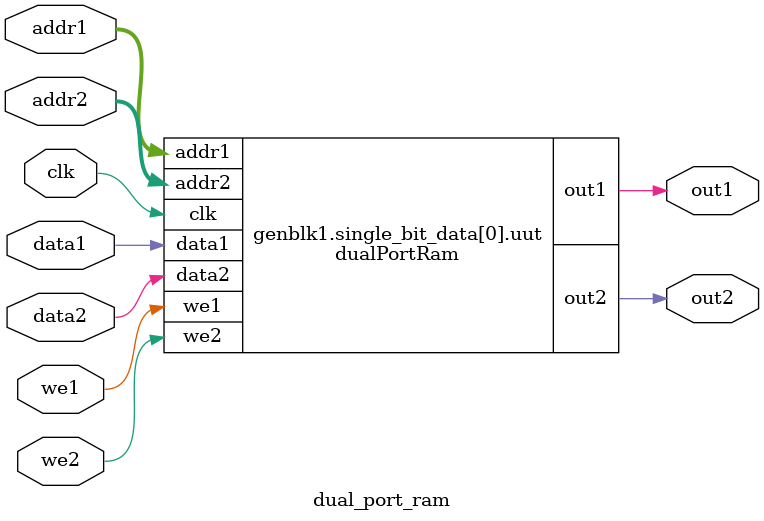
<source format=v>
/****************************************************************

# Description: Performing a recursive depth splitting for 		#

#			   dual_port_ram memory hard blocks					#

#																#

# Author: Seyed Alireza Damghani (sdamghann@gmail.com)   		#

****************************************************************/



`timescale 1ps/1ps



`define MEM_MAXADDR 11

`define MEM_MAXDATA 36



// depth and data may need to be splited

module dual_port_ram(clk, we1, we2, addr1, addr2, data1, data2, out1, out2);

    parameter ADDR_WIDTH = `MEM_MAXADDR;

    parameter DATA_WIDTH = 1;



    input clk;

    input we1, we2;

    input [ADDR_WIDTH-1:0] addr1, addr2;

    input [DATA_WIDTH-1:0] data1, data2;



    output reg [DATA_WIDTH-1:0] out1, out2;



    genvar i;

	generate 

		// split in depth

		if (ADDR_WIDTH > `MEM_MAXADDR)

		begin

			

            wire [ADDR_WIDTH-2:0] new_addr1 = addr1[ADDR_WIDTH-2:0];

            wire [ADDR_WIDTH-2:0] new_addr2 = addr2[ADDR_WIDTH-2:0];



            wire [DATA_WIDTH-1:0] out1_h, out1_l;

            wire [DATA_WIDTH-1:0] out2_h, out2_l;





            defparam uut_h.ADDR_WIDTH = ADDR_WIDTH-1;

            defparam uut_h.DATA_WIDTH = DATA_WIDTH;

            dual_port_ram uut_h (

                .clk(clk), 

                .we1(we1), 

                .we2(we2), 

                .addr1(new_addr1), 

                .addr2(new_addr2), 

                .data1(data1), 

                .data2(data2), 

                .out1(out1_h),

                .out2(out2_h)

            );



            defparam uut_l.ADDR_WIDTH = ADDR_WIDTH-1;

            defparam uut_l.DATA_WIDTH = DATA_WIDTH;

            dual_port_ram uut_l (

                .clk(clk), 

                .we1(we1), 

                .we2(we2), 

                .addr1(new_addr1), 

                .addr2(new_addr2), 

                .data1(data1), 

                .data2(data2), 

                .out1(out1_l),

                .out2(out2_l)

            );



            reg additional_bit;

            always @(posedge clk) additional_bit <= addr[ADDR_WIDTH-1];

            assign out1 = (additional_bit) ? out1_h : out1_l;

            assign out2 = (additional_bit) ? out2_h : out2_l;



        end	else begin

            for (i = 0; i < DATA_WIDTH; i = i + 1) begin:single_bit_data

                dualPortRam uut (

                    .clk(clk), 

                    .we1(we1), 

                    .we2(we2), 

                    .addr1({ {{`MEM_MAXADDR-ADDR_WIDTH}{1'bx}}, addr1[ADDR_WIDTH-1:0] }), 

                    .addr2({ {{`MEM_MAXADDR-ADDR_WIDTH}{1'bx}}, addr2[ADDR_WIDTH-1:0] }), 

                    .data1(data1[i]), 

                    .data2(data2[i]), 

                    .out1(out1[i]),

                    .out2(out2[i])

                );

            end

        end

    endgenerate

    

endmodule







(* blackbox *)

module dualPortRam(clk, data2, data1, addr2, addr1, we2, we1, out2, out1);

    localparam ADDR_WIDTH = `MEM_MAXADDR;

    localparam DATA_WIDTH = 1;



    input clk;

    input we1, we2;

    input [ADDR_WIDTH-1:0] addr1, addr2;

    input data1, data2;



    output reg out1, out2;

    /*

    reg [DATA_WIDTH-1:0] RAM [(1<<ADDR_WIDTH)-1:0];



    always @(posedge clk)

    begin

        if (we1)

                RAM[addr1] <= data1;

        if (we2)

                RAM[addr2] <= data2;

                

        out1 <= RAM[addr1];

        out2 <= RAM[addr2];

    end

    */

endmodule




</source>
